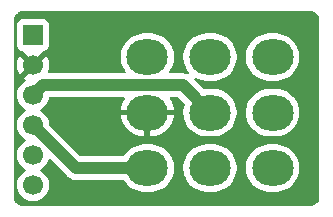
<source format=gbr>
%TF.GenerationSoftware,KiCad,Pcbnew,9.0.6*%
%TF.CreationDate,2025-11-22T22:33:35-06:00*%
%TF.ProjectId,switch,73776974-6368-42e6-9b69-6361645f7063,0.6.1*%
%TF.SameCoordinates,Original*%
%TF.FileFunction,Copper,L1,Top*%
%TF.FilePolarity,Positive*%
%FSLAX46Y46*%
G04 Gerber Fmt 4.6, Leading zero omitted, Abs format (unit mm)*
G04 Created by KiCad (PCBNEW 9.0.6) date 2025-11-22 22:33:35*
%MOMM*%
%LPD*%
G01*
G04 APERTURE LIST*
%TA.AperFunction,ComponentPad*%
%ADD10O,3.500000X3.000000*%
%TD*%
%TA.AperFunction,ComponentPad*%
%ADD11R,1.700000X1.700000*%
%TD*%
%TA.AperFunction,ComponentPad*%
%ADD12C,1.700000*%
%TD*%
%TA.AperFunction,Conductor*%
%ADD13C,1.000000*%
%TD*%
G04 APERTURE END LIST*
D10*
%TO.P,SW1,1,A*%
%TO.N,Net-(SW1-A-Pad1)*%
X127100000Y-97425000D03*
%TO.P,SW1,2,B*%
%TO.N,/JIN*%
X127100000Y-102125000D03*
%TO.P,SW1,3,C*%
%TO.N,Net-(J2-Pin_4)*%
X127100000Y-106825000D03*
%TO.P,SW1,4,A*%
%TO.N,Net-(SW1-A-Pad1)*%
X132400000Y-97425000D03*
%TO.P,SW1,5,B*%
%TO.N,Net-(J2-Pin_3)*%
X132400000Y-102125000D03*
%TO.P,SW1,6,C*%
%TO.N,Net-(J2-Pin_5)*%
X132400000Y-106825000D03*
%TO.P,SW1,7,A*%
%TO.N,unconnected-(SW1-A-Pad7)*%
X137700000Y-97425000D03*
%TO.P,SW1,8,B*%
%TO.N,/9V*%
X137700000Y-102125000D03*
%TO.P,SW1,9,C*%
%TO.N,Net-(J2-Pin_6)*%
X137700000Y-106825000D03*
%TD*%
D11*
%TO.P,J2,1,Pin_1*%
%TO.N,/9V*%
X117410000Y-95575000D03*
D12*
%TO.P,J2,2,Pin_2*%
%TO.N,/JIN*%
X117410000Y-98115000D03*
%TO.P,J2,3,Pin_3*%
%TO.N,Net-(J2-Pin_3)*%
X117410000Y-100655000D03*
%TO.P,J2,4,Pin_4*%
%TO.N,Net-(J2-Pin_4)*%
X117410000Y-103195000D03*
%TO.P,J2,5,Pin_5*%
%TO.N,Net-(J2-Pin_5)*%
X117410000Y-105735000D03*
%TO.P,J2,6,Pin_6*%
%TO.N,Net-(J2-Pin_6)*%
X117410000Y-108275000D03*
%TD*%
D13*
%TO.N,Net-(J2-Pin_4)*%
X121040000Y-106825000D02*
X127100000Y-106825000D01*
X117410000Y-103195000D02*
X121040000Y-106825000D01*
%TO.N,Net-(J2-Pin_3)*%
X118260000Y-99805000D02*
X130080000Y-99805000D01*
X117410000Y-100655000D02*
X118260000Y-99805000D01*
X130080000Y-99805000D02*
X132400000Y-102125000D01*
%TD*%
%TA.AperFunction,Conductor*%
%TO.N,/JIN*%
G36*
X140906061Y-93536097D02*
G01*
X140916635Y-93537138D01*
X141034069Y-93548704D01*
X141057897Y-93553443D01*
X141175140Y-93589008D01*
X141197589Y-93598308D01*
X141256123Y-93629595D01*
X141305630Y-93656057D01*
X141325840Y-93669561D01*
X141420535Y-93747274D01*
X141437725Y-93764464D01*
X141515438Y-93859159D01*
X141528942Y-93879369D01*
X141586690Y-93987407D01*
X141595993Y-94009865D01*
X141631554Y-94127093D01*
X141636296Y-94150935D01*
X141648903Y-94278938D01*
X141649500Y-94291092D01*
X141649500Y-109278907D01*
X141648903Y-109291061D01*
X141636296Y-109419064D01*
X141631554Y-109442906D01*
X141595993Y-109560134D01*
X141586690Y-109582592D01*
X141528942Y-109690630D01*
X141515438Y-109710840D01*
X141437725Y-109805535D01*
X141420535Y-109822725D01*
X141325840Y-109900438D01*
X141305630Y-109913942D01*
X141197592Y-109971690D01*
X141175134Y-109980993D01*
X141057906Y-110016554D01*
X141034064Y-110021296D01*
X140906062Y-110033903D01*
X140893908Y-110034500D01*
X116546092Y-110034500D01*
X116533938Y-110033903D01*
X116405935Y-110021296D01*
X116382095Y-110016554D01*
X116264864Y-109980992D01*
X116242407Y-109971690D01*
X116134369Y-109913942D01*
X116114159Y-109900438D01*
X116019464Y-109822725D01*
X116002274Y-109805535D01*
X115924561Y-109710840D01*
X115911057Y-109690630D01*
X115853309Y-109582592D01*
X115844008Y-109560140D01*
X115808443Y-109442897D01*
X115803704Y-109419069D01*
X115791097Y-109291060D01*
X115790500Y-109278907D01*
X115790500Y-94677135D01*
X116059500Y-94677135D01*
X116059500Y-96472870D01*
X116059501Y-96472876D01*
X116065908Y-96532483D01*
X116116202Y-96667328D01*
X116116206Y-96667335D01*
X116202452Y-96782544D01*
X116202455Y-96782547D01*
X116317664Y-96868793D01*
X116317671Y-96868797D01*
X116362618Y-96885561D01*
X116452517Y-96919091D01*
X116512127Y-96925500D01*
X116522685Y-96925499D01*
X116589723Y-96945179D01*
X116610372Y-96961818D01*
X117280591Y-97632037D01*
X117217007Y-97649075D01*
X117102993Y-97714901D01*
X117009901Y-97807993D01*
X116944075Y-97922007D01*
X116927037Y-97985591D01*
X116294728Y-97353282D01*
X116294727Y-97353282D01*
X116255380Y-97407439D01*
X116158904Y-97596782D01*
X116093242Y-97798869D01*
X116093242Y-97798872D01*
X116060000Y-98008753D01*
X116060000Y-98221246D01*
X116093242Y-98431127D01*
X116093242Y-98431130D01*
X116158904Y-98633217D01*
X116255375Y-98822550D01*
X116294728Y-98876716D01*
X116927037Y-98244408D01*
X116944075Y-98307993D01*
X117009901Y-98422007D01*
X117102993Y-98515099D01*
X117217007Y-98580925D01*
X117280590Y-98597962D01*
X116648282Y-99230269D01*
X116648282Y-99230270D01*
X116702452Y-99269626D01*
X116702451Y-99269626D01*
X116711495Y-99274234D01*
X116762292Y-99322208D01*
X116779087Y-99390029D01*
X116756550Y-99456164D01*
X116711499Y-99495202D01*
X116702182Y-99499949D01*
X116530213Y-99624890D01*
X116379890Y-99775213D01*
X116254951Y-99947179D01*
X116158444Y-100136585D01*
X116092753Y-100338760D01*
X116059500Y-100548713D01*
X116059500Y-100761287D01*
X116069534Y-100824644D01*
X116088937Y-100947147D01*
X116092754Y-100971243D01*
X116105826Y-101011475D01*
X116158444Y-101173414D01*
X116254951Y-101362820D01*
X116379890Y-101534786D01*
X116530213Y-101685109D01*
X116702182Y-101810050D01*
X116710946Y-101814516D01*
X116761742Y-101862491D01*
X116778536Y-101930312D01*
X116755998Y-101996447D01*
X116710946Y-102035484D01*
X116702182Y-102039949D01*
X116530213Y-102164890D01*
X116379890Y-102315213D01*
X116254951Y-102487179D01*
X116158444Y-102676585D01*
X116092753Y-102878760D01*
X116059500Y-103088713D01*
X116059500Y-103301286D01*
X116082556Y-103446860D01*
X116092754Y-103511243D01*
X116131960Y-103631907D01*
X116158444Y-103713414D01*
X116254951Y-103902820D01*
X116379890Y-104074786D01*
X116530213Y-104225109D01*
X116702182Y-104350050D01*
X116710946Y-104354516D01*
X116761742Y-104402491D01*
X116778536Y-104470312D01*
X116755998Y-104536447D01*
X116710946Y-104575484D01*
X116702182Y-104579949D01*
X116530213Y-104704890D01*
X116379890Y-104855213D01*
X116254951Y-105027179D01*
X116158444Y-105216585D01*
X116092753Y-105418760D01*
X116059500Y-105628713D01*
X116059500Y-105841287D01*
X116092754Y-106051243D01*
X116134775Y-106180571D01*
X116158444Y-106253414D01*
X116254951Y-106442820D01*
X116379890Y-106614786D01*
X116530213Y-106765109D01*
X116702182Y-106890050D01*
X116710946Y-106894516D01*
X116761742Y-106942491D01*
X116778536Y-107010312D01*
X116755998Y-107076447D01*
X116710946Y-107115484D01*
X116702182Y-107119949D01*
X116530213Y-107244890D01*
X116379890Y-107395213D01*
X116254951Y-107567179D01*
X116158444Y-107756585D01*
X116092753Y-107958760D01*
X116062963Y-108146851D01*
X116059500Y-108168713D01*
X116059500Y-108381287D01*
X116092754Y-108591243D01*
X116103087Y-108623046D01*
X116158444Y-108793414D01*
X116254951Y-108982820D01*
X116379890Y-109154786D01*
X116530213Y-109305109D01*
X116702179Y-109430048D01*
X116702181Y-109430049D01*
X116702184Y-109430051D01*
X116891588Y-109526557D01*
X117093757Y-109592246D01*
X117303713Y-109625500D01*
X117303714Y-109625500D01*
X117516286Y-109625500D01*
X117516287Y-109625500D01*
X117726243Y-109592246D01*
X117928412Y-109526557D01*
X118117816Y-109430051D01*
X118182003Y-109383417D01*
X118289786Y-109305109D01*
X118289788Y-109305106D01*
X118289792Y-109305104D01*
X118440104Y-109154792D01*
X118440106Y-109154788D01*
X118440109Y-109154786D01*
X118565048Y-108982820D01*
X118565047Y-108982820D01*
X118565051Y-108982816D01*
X118661557Y-108793412D01*
X118727246Y-108591243D01*
X118760500Y-108381287D01*
X118760500Y-108168713D01*
X118727246Y-107958757D01*
X118661557Y-107756588D01*
X118565051Y-107567184D01*
X118565049Y-107567181D01*
X118565048Y-107567179D01*
X118440109Y-107395213D01*
X118289786Y-107244890D01*
X118117820Y-107119951D01*
X118117115Y-107119591D01*
X118109054Y-107115485D01*
X118058259Y-107067512D01*
X118041463Y-106999692D01*
X118063999Y-106933556D01*
X118109054Y-106894515D01*
X118117816Y-106890051D01*
X118139789Y-106874086D01*
X118289786Y-106765109D01*
X118289788Y-106765106D01*
X118289792Y-106765104D01*
X118440104Y-106614792D01*
X118440106Y-106614788D01*
X118440109Y-106614786D01*
X118565048Y-106442820D01*
X118565047Y-106442820D01*
X118565051Y-106442816D01*
X118661557Y-106253412D01*
X118695146Y-106150035D01*
X118734581Y-106092364D01*
X118798939Y-106065165D01*
X118867786Y-106077079D01*
X118900756Y-106100676D01*
X120259735Y-107459655D01*
X120259764Y-107459686D01*
X120402214Y-107602136D01*
X120402218Y-107602139D01*
X120566079Y-107711628D01*
X120566092Y-107711635D01*
X120694833Y-107764961D01*
X120748159Y-107787049D01*
X120748164Y-107787051D01*
X120818723Y-107801086D01*
X120849407Y-107807189D01*
X120941456Y-107825500D01*
X120941459Y-107825500D01*
X120941460Y-107825500D01*
X121138540Y-107825500D01*
X125046069Y-107825500D01*
X125113108Y-107845185D01*
X125153456Y-107887500D01*
X125183075Y-107938803D01*
X125342718Y-108146851D01*
X125342726Y-108146860D01*
X125528140Y-108332274D01*
X125528148Y-108332281D01*
X125736196Y-108491924D01*
X125963299Y-108623041D01*
X125963309Y-108623046D01*
X126205571Y-108723394D01*
X126205581Y-108723398D01*
X126458884Y-108791270D01*
X126718880Y-108825500D01*
X126718887Y-108825500D01*
X127481113Y-108825500D01*
X127481120Y-108825500D01*
X127741116Y-108791270D01*
X127994419Y-108723398D01*
X128236697Y-108623043D01*
X128463803Y-108491924D01*
X128671851Y-108332282D01*
X128671855Y-108332277D01*
X128671860Y-108332274D01*
X128857274Y-108146860D01*
X128857277Y-108146855D01*
X128857282Y-108146851D01*
X129016924Y-107938803D01*
X129148043Y-107711697D01*
X129248398Y-107469419D01*
X129316270Y-107216116D01*
X129350500Y-106956120D01*
X129350500Y-106693880D01*
X129350499Y-106693872D01*
X130149500Y-106693872D01*
X130149500Y-106956127D01*
X130170481Y-107115484D01*
X130183730Y-107216116D01*
X130231719Y-107395213D01*
X130251602Y-107469418D01*
X130251605Y-107469428D01*
X130351953Y-107711690D01*
X130351958Y-107711700D01*
X130483075Y-107938803D01*
X130642718Y-108146851D01*
X130642726Y-108146860D01*
X130828140Y-108332274D01*
X130828148Y-108332281D01*
X131036196Y-108491924D01*
X131263299Y-108623041D01*
X131263309Y-108623046D01*
X131505571Y-108723394D01*
X131505581Y-108723398D01*
X131758884Y-108791270D01*
X132018880Y-108825500D01*
X132018887Y-108825500D01*
X132781113Y-108825500D01*
X132781120Y-108825500D01*
X133041116Y-108791270D01*
X133294419Y-108723398D01*
X133536697Y-108623043D01*
X133763803Y-108491924D01*
X133971851Y-108332282D01*
X133971855Y-108332277D01*
X133971860Y-108332274D01*
X134157274Y-108146860D01*
X134157277Y-108146855D01*
X134157282Y-108146851D01*
X134316924Y-107938803D01*
X134448043Y-107711697D01*
X134548398Y-107469419D01*
X134616270Y-107216116D01*
X134650500Y-106956120D01*
X134650500Y-106693880D01*
X134650499Y-106693872D01*
X135449500Y-106693872D01*
X135449500Y-106956127D01*
X135470481Y-107115484D01*
X135483730Y-107216116D01*
X135531719Y-107395213D01*
X135551602Y-107469418D01*
X135551605Y-107469428D01*
X135651953Y-107711690D01*
X135651958Y-107711700D01*
X135783075Y-107938803D01*
X135942718Y-108146851D01*
X135942726Y-108146860D01*
X136128140Y-108332274D01*
X136128148Y-108332281D01*
X136336196Y-108491924D01*
X136563299Y-108623041D01*
X136563309Y-108623046D01*
X136805571Y-108723394D01*
X136805581Y-108723398D01*
X137058884Y-108791270D01*
X137318880Y-108825500D01*
X137318887Y-108825500D01*
X138081113Y-108825500D01*
X138081120Y-108825500D01*
X138341116Y-108791270D01*
X138594419Y-108723398D01*
X138836697Y-108623043D01*
X139063803Y-108491924D01*
X139271851Y-108332282D01*
X139271855Y-108332277D01*
X139271860Y-108332274D01*
X139457274Y-108146860D01*
X139457277Y-108146855D01*
X139457282Y-108146851D01*
X139616924Y-107938803D01*
X139748043Y-107711697D01*
X139848398Y-107469419D01*
X139916270Y-107216116D01*
X139950500Y-106956120D01*
X139950500Y-106693880D01*
X139916270Y-106433884D01*
X139848398Y-106180581D01*
X139815300Y-106100676D01*
X139748046Y-105938309D01*
X139748041Y-105938299D01*
X139616924Y-105711196D01*
X139457281Y-105503148D01*
X139457274Y-105503140D01*
X139271860Y-105317726D01*
X139271851Y-105317718D01*
X139063803Y-105158075D01*
X138836700Y-105026958D01*
X138836690Y-105026953D01*
X138594428Y-104926605D01*
X138594421Y-104926603D01*
X138594419Y-104926602D01*
X138341116Y-104858730D01*
X138283339Y-104851123D01*
X138081127Y-104824500D01*
X138081120Y-104824500D01*
X137318880Y-104824500D01*
X137318872Y-104824500D01*
X137087772Y-104854926D01*
X137058884Y-104858730D01*
X136805581Y-104926602D01*
X136805571Y-104926605D01*
X136563309Y-105026953D01*
X136563299Y-105026958D01*
X136336196Y-105158075D01*
X136128148Y-105317718D01*
X135942718Y-105503148D01*
X135783075Y-105711196D01*
X135651958Y-105938299D01*
X135651953Y-105938309D01*
X135551605Y-106180571D01*
X135551602Y-106180581D01*
X135483730Y-106433885D01*
X135449500Y-106693872D01*
X134650499Y-106693872D01*
X134616270Y-106433884D01*
X134548398Y-106180581D01*
X134515300Y-106100676D01*
X134448046Y-105938309D01*
X134448041Y-105938299D01*
X134316924Y-105711196D01*
X134157281Y-105503148D01*
X134157274Y-105503140D01*
X133971860Y-105317726D01*
X133971851Y-105317718D01*
X133763803Y-105158075D01*
X133536700Y-105026958D01*
X133536690Y-105026953D01*
X133294428Y-104926605D01*
X133294421Y-104926603D01*
X133294419Y-104926602D01*
X133041116Y-104858730D01*
X132983339Y-104851123D01*
X132781127Y-104824500D01*
X132781120Y-104824500D01*
X132018880Y-104824500D01*
X132018872Y-104824500D01*
X131787772Y-104854926D01*
X131758884Y-104858730D01*
X131505581Y-104926602D01*
X131505571Y-104926605D01*
X131263309Y-105026953D01*
X131263299Y-105026958D01*
X131036196Y-105158075D01*
X130828148Y-105317718D01*
X130642718Y-105503148D01*
X130483075Y-105711196D01*
X130351958Y-105938299D01*
X130351953Y-105938309D01*
X130251605Y-106180571D01*
X130251602Y-106180581D01*
X130183730Y-106433885D01*
X130149500Y-106693872D01*
X129350499Y-106693872D01*
X129316270Y-106433884D01*
X129248398Y-106180581D01*
X129215300Y-106100676D01*
X129148046Y-105938309D01*
X129148041Y-105938299D01*
X129016924Y-105711196D01*
X128857281Y-105503148D01*
X128857274Y-105503140D01*
X128671860Y-105317726D01*
X128671851Y-105317718D01*
X128463803Y-105158075D01*
X128236700Y-105026958D01*
X128236690Y-105026953D01*
X127994428Y-104926605D01*
X127994421Y-104926603D01*
X127994419Y-104926602D01*
X127741116Y-104858730D01*
X127683339Y-104851123D01*
X127481127Y-104824500D01*
X127481120Y-104824500D01*
X126718880Y-104824500D01*
X126718872Y-104824500D01*
X126487772Y-104854926D01*
X126458884Y-104858730D01*
X126205581Y-104926602D01*
X126205571Y-104926605D01*
X125963309Y-105026953D01*
X125963299Y-105026958D01*
X125736196Y-105158075D01*
X125528148Y-105317718D01*
X125342718Y-105503148D01*
X125183075Y-105711196D01*
X125153456Y-105762500D01*
X125102889Y-105810715D01*
X125046069Y-105824500D01*
X121505782Y-105824500D01*
X121438743Y-105804815D01*
X121418101Y-105788181D01*
X118796423Y-103166503D01*
X118762938Y-103105180D01*
X118760657Y-103089708D01*
X118760500Y-103088716D01*
X118760500Y-103088713D01*
X118727246Y-102878757D01*
X118661557Y-102676588D01*
X118565051Y-102487184D01*
X118558853Y-102478653D01*
X118507789Y-102408368D01*
X118440109Y-102315213D01*
X118289786Y-102164890D01*
X118117820Y-102039951D01*
X118117115Y-102039591D01*
X118109054Y-102035485D01*
X118058259Y-101987512D01*
X118041463Y-101919692D01*
X118063999Y-101853556D01*
X118109054Y-101814515D01*
X118117816Y-101810051D01*
X118191397Y-101756592D01*
X118289786Y-101685109D01*
X118289788Y-101685106D01*
X118289792Y-101685104D01*
X118440104Y-101534792D01*
X118440106Y-101534788D01*
X118440109Y-101534786D01*
X118565048Y-101362820D01*
X118565047Y-101362820D01*
X118565051Y-101362816D01*
X118661557Y-101173412D01*
X118727246Y-100971243D01*
X118727247Y-100971239D01*
X118736930Y-100910102D01*
X118766859Y-100846967D01*
X118826171Y-100810036D01*
X118859403Y-100805500D01*
X125090097Y-100805500D01*
X125157136Y-100825185D01*
X125202891Y-100877989D01*
X125212835Y-100947147D01*
X125188472Y-101004988D01*
X125183494Y-101011475D01*
X125052409Y-101238517D01*
X125052404Y-101238528D01*
X124952075Y-101480744D01*
X124884221Y-101733983D01*
X124865654Y-101874999D01*
X124865655Y-101875000D01*
X125851518Y-101875000D01*
X125840889Y-101893409D01*
X125800000Y-102046009D01*
X125800000Y-102203991D01*
X125840889Y-102356591D01*
X125851518Y-102375000D01*
X124865655Y-102375000D01*
X124884221Y-102516016D01*
X124952075Y-102769255D01*
X125052404Y-103011471D01*
X125052409Y-103011482D01*
X125183496Y-103238528D01*
X125343092Y-103446519D01*
X125343098Y-103446526D01*
X125528473Y-103631901D01*
X125528480Y-103631907D01*
X125736471Y-103791503D01*
X125963517Y-103922590D01*
X125963528Y-103922595D01*
X126205744Y-104022924D01*
X126458979Y-104090777D01*
X126458990Y-104090779D01*
X126718905Y-104124999D01*
X126718920Y-104125000D01*
X126850000Y-104125000D01*
X126850000Y-102725000D01*
X127350000Y-102725000D01*
X127350000Y-104125000D01*
X127481080Y-104125000D01*
X127481094Y-104124999D01*
X127741009Y-104090779D01*
X127741020Y-104090777D01*
X127994255Y-104022924D01*
X128236471Y-103922595D01*
X128236482Y-103922590D01*
X128463528Y-103791503D01*
X128671519Y-103631907D01*
X128671526Y-103631901D01*
X128856901Y-103446526D01*
X128856907Y-103446519D01*
X129016503Y-103238528D01*
X129147590Y-103011482D01*
X129147595Y-103011471D01*
X129247924Y-102769255D01*
X129315778Y-102516016D01*
X129334345Y-102375000D01*
X128348482Y-102375000D01*
X128359111Y-102356591D01*
X128400000Y-102203991D01*
X128400000Y-102046009D01*
X128359111Y-101893409D01*
X128348482Y-101875000D01*
X129334345Y-101875000D01*
X129334345Y-101874999D01*
X129315778Y-101733983D01*
X129247924Y-101480744D01*
X129147595Y-101238528D01*
X129147590Y-101238517D01*
X129016505Y-101011475D01*
X129011528Y-101004988D01*
X128986333Y-100939819D01*
X129000370Y-100871374D01*
X129049183Y-100821384D01*
X129109903Y-100805500D01*
X129614218Y-100805500D01*
X129681257Y-100825185D01*
X129701899Y-100841819D01*
X130219799Y-101359720D01*
X130253284Y-101421043D01*
X130251893Y-101479494D01*
X130183730Y-101733884D01*
X130149500Y-101993872D01*
X130149500Y-102256127D01*
X130165151Y-102375000D01*
X130183730Y-102516116D01*
X130226728Y-102676588D01*
X130251602Y-102769418D01*
X130251605Y-102769428D01*
X130351953Y-103011690D01*
X130351958Y-103011700D01*
X130483075Y-103238803D01*
X130642718Y-103446851D01*
X130642726Y-103446860D01*
X130828140Y-103632274D01*
X130828148Y-103632281D01*
X131036196Y-103791924D01*
X131263299Y-103923041D01*
X131263309Y-103923046D01*
X131505571Y-104023394D01*
X131505581Y-104023398D01*
X131758884Y-104091270D01*
X132007188Y-104123960D01*
X132015074Y-104124999D01*
X132018880Y-104125500D01*
X132018887Y-104125500D01*
X132781113Y-104125500D01*
X132781120Y-104125500D01*
X133041116Y-104091270D01*
X133294419Y-104023398D01*
X133536697Y-103923043D01*
X133763803Y-103791924D01*
X133971851Y-103632282D01*
X133971855Y-103632277D01*
X133971860Y-103632274D01*
X134157274Y-103446860D01*
X134157277Y-103446855D01*
X134157282Y-103446851D01*
X134316924Y-103238803D01*
X134448043Y-103011697D01*
X134548398Y-102769419D01*
X134616270Y-102516116D01*
X134650500Y-102256120D01*
X134650500Y-101993880D01*
X134650499Y-101993872D01*
X135449500Y-101993872D01*
X135449500Y-102256127D01*
X135465151Y-102375000D01*
X135483730Y-102516116D01*
X135526728Y-102676588D01*
X135551602Y-102769418D01*
X135551605Y-102769428D01*
X135651953Y-103011690D01*
X135651958Y-103011700D01*
X135783075Y-103238803D01*
X135942718Y-103446851D01*
X135942726Y-103446860D01*
X136128140Y-103632274D01*
X136128148Y-103632281D01*
X136336196Y-103791924D01*
X136563299Y-103923041D01*
X136563309Y-103923046D01*
X136805571Y-104023394D01*
X136805581Y-104023398D01*
X137058884Y-104091270D01*
X137307188Y-104123960D01*
X137315074Y-104124999D01*
X137318880Y-104125500D01*
X137318887Y-104125500D01*
X138081113Y-104125500D01*
X138081120Y-104125500D01*
X138341116Y-104091270D01*
X138594419Y-104023398D01*
X138836697Y-103923043D01*
X139063803Y-103791924D01*
X139271851Y-103632282D01*
X139271855Y-103632277D01*
X139271860Y-103632274D01*
X139457274Y-103446860D01*
X139457277Y-103446855D01*
X139457282Y-103446851D01*
X139616924Y-103238803D01*
X139748043Y-103011697D01*
X139848398Y-102769419D01*
X139916270Y-102516116D01*
X139950500Y-102256120D01*
X139950500Y-101993880D01*
X139916270Y-101733884D01*
X139848398Y-101480581D01*
X139823737Y-101421043D01*
X139748046Y-101238309D01*
X139748041Y-101238299D01*
X139616924Y-101011196D01*
X139471274Y-100821384D01*
X139457282Y-100803149D01*
X139457281Y-100803148D01*
X139457274Y-100803140D01*
X139271860Y-100617726D01*
X139271851Y-100617718D01*
X139063803Y-100458075D01*
X138836700Y-100326958D01*
X138836690Y-100326953D01*
X138594428Y-100226605D01*
X138594421Y-100226603D01*
X138594419Y-100226602D01*
X138341116Y-100158730D01*
X138283339Y-100151123D01*
X138081127Y-100124500D01*
X138081120Y-100124500D01*
X137318880Y-100124500D01*
X137318872Y-100124500D01*
X137087772Y-100154926D01*
X137058884Y-100158730D01*
X136805581Y-100226602D01*
X136805571Y-100226605D01*
X136563309Y-100326953D01*
X136563299Y-100326958D01*
X136336196Y-100458075D01*
X136128148Y-100617718D01*
X135942718Y-100803148D01*
X135783075Y-101011196D01*
X135651958Y-101238299D01*
X135651953Y-101238309D01*
X135551605Y-101480571D01*
X135551602Y-101480581D01*
X135496801Y-101685104D01*
X135483730Y-101733885D01*
X135449500Y-101993872D01*
X134650499Y-101993872D01*
X134616270Y-101733884D01*
X134548398Y-101480581D01*
X134523737Y-101421043D01*
X134448046Y-101238309D01*
X134448041Y-101238299D01*
X134316924Y-101011196D01*
X134171274Y-100821384D01*
X134157282Y-100803149D01*
X134157281Y-100803148D01*
X134157274Y-100803140D01*
X133971860Y-100617726D01*
X133971851Y-100617718D01*
X133763803Y-100458075D01*
X133536700Y-100326958D01*
X133536690Y-100326953D01*
X133294428Y-100226605D01*
X133294421Y-100226603D01*
X133294419Y-100226602D01*
X133041116Y-100158730D01*
X132983339Y-100151123D01*
X132781127Y-100124500D01*
X132781120Y-100124500D01*
X132018880Y-100124500D01*
X132018874Y-100124500D01*
X132018869Y-100124501D01*
X131898833Y-100140304D01*
X131829798Y-100129538D01*
X131794967Y-100105046D01*
X131100394Y-99410474D01*
X131066909Y-99349151D01*
X131071893Y-99279460D01*
X131113764Y-99223526D01*
X131179229Y-99199109D01*
X131247502Y-99213961D01*
X131250056Y-99215395D01*
X131263303Y-99223043D01*
X131263306Y-99223044D01*
X131263309Y-99223046D01*
X131399505Y-99279460D01*
X131505581Y-99323398D01*
X131758884Y-99391270D01*
X132018880Y-99425500D01*
X132018887Y-99425500D01*
X132781113Y-99425500D01*
X132781120Y-99425500D01*
X133041116Y-99391270D01*
X133294419Y-99323398D01*
X133536697Y-99223043D01*
X133763803Y-99091924D01*
X133971851Y-98932282D01*
X133971855Y-98932277D01*
X133971860Y-98932274D01*
X134157274Y-98746860D01*
X134157277Y-98746855D01*
X134157282Y-98746851D01*
X134316924Y-98538803D01*
X134448043Y-98311697D01*
X134548398Y-98069419D01*
X134616270Y-97816116D01*
X134650500Y-97556120D01*
X134650500Y-97293880D01*
X134650499Y-97293872D01*
X135449500Y-97293872D01*
X135449500Y-97556127D01*
X135461738Y-97649075D01*
X135483730Y-97816116D01*
X135551602Y-98069418D01*
X135551605Y-98069428D01*
X135651953Y-98311690D01*
X135651958Y-98311700D01*
X135783075Y-98538803D01*
X135942718Y-98746851D01*
X135942726Y-98746860D01*
X136128140Y-98932274D01*
X136128148Y-98932281D01*
X136336196Y-99091924D01*
X136563299Y-99223041D01*
X136563309Y-99223046D01*
X136699505Y-99279460D01*
X136805581Y-99323398D01*
X137058884Y-99391270D01*
X137318880Y-99425500D01*
X137318887Y-99425500D01*
X138081113Y-99425500D01*
X138081120Y-99425500D01*
X138341116Y-99391270D01*
X138594419Y-99323398D01*
X138836697Y-99223043D01*
X139063803Y-99091924D01*
X139271851Y-98932282D01*
X139271855Y-98932277D01*
X139271860Y-98932274D01*
X139457274Y-98746860D01*
X139457277Y-98746855D01*
X139457282Y-98746851D01*
X139616924Y-98538803D01*
X139748043Y-98311697D01*
X139848398Y-98069419D01*
X139916270Y-97816116D01*
X139950500Y-97556120D01*
X139950500Y-97293880D01*
X139916270Y-97033884D01*
X139848398Y-96780581D01*
X139801490Y-96667335D01*
X139748046Y-96538309D01*
X139748041Y-96538299D01*
X139616924Y-96311196D01*
X139457281Y-96103148D01*
X139457274Y-96103140D01*
X139271860Y-95917726D01*
X139271851Y-95917718D01*
X139063803Y-95758075D01*
X138836700Y-95626958D01*
X138836690Y-95626953D01*
X138594428Y-95526605D01*
X138594421Y-95526603D01*
X138594419Y-95526602D01*
X138341116Y-95458730D01*
X138283339Y-95451123D01*
X138081127Y-95424500D01*
X138081120Y-95424500D01*
X137318880Y-95424500D01*
X137318872Y-95424500D01*
X137087772Y-95454926D01*
X137058884Y-95458730D01*
X136805581Y-95526602D01*
X136805571Y-95526605D01*
X136563309Y-95626953D01*
X136563299Y-95626958D01*
X136336196Y-95758075D01*
X136128148Y-95917718D01*
X135942718Y-96103148D01*
X135783075Y-96311196D01*
X135651958Y-96538299D01*
X135651953Y-96538309D01*
X135551605Y-96780571D01*
X135551602Y-96780581D01*
X135483730Y-97033885D01*
X135449500Y-97293872D01*
X134650499Y-97293872D01*
X134616270Y-97033884D01*
X134548398Y-96780581D01*
X134501490Y-96667335D01*
X134448046Y-96538309D01*
X134448041Y-96538299D01*
X134316924Y-96311196D01*
X134157281Y-96103148D01*
X134157274Y-96103140D01*
X133971860Y-95917726D01*
X133971851Y-95917718D01*
X133763803Y-95758075D01*
X133536700Y-95626958D01*
X133536690Y-95626953D01*
X133294428Y-95526605D01*
X133294421Y-95526603D01*
X133294419Y-95526602D01*
X133041116Y-95458730D01*
X132983339Y-95451123D01*
X132781127Y-95424500D01*
X132781120Y-95424500D01*
X132018880Y-95424500D01*
X132018872Y-95424500D01*
X131787772Y-95454926D01*
X131758884Y-95458730D01*
X131505581Y-95526602D01*
X131505571Y-95526605D01*
X131263309Y-95626953D01*
X131263299Y-95626958D01*
X131036196Y-95758075D01*
X130828148Y-95917718D01*
X130642718Y-96103148D01*
X130483075Y-96311196D01*
X130351958Y-96538299D01*
X130351953Y-96538309D01*
X130251605Y-96780571D01*
X130251602Y-96780581D01*
X130183730Y-97033885D01*
X130149500Y-97293872D01*
X130149500Y-97556127D01*
X130161738Y-97649075D01*
X130183730Y-97816116D01*
X130251602Y-98069418D01*
X130251605Y-98069428D01*
X130351953Y-98311690D01*
X130351958Y-98311700D01*
X130483075Y-98538803D01*
X130595304Y-98685060D01*
X130596405Y-98687909D01*
X130598784Y-98689826D01*
X130608922Y-98720284D01*
X130620499Y-98750229D01*
X130619885Y-98753221D01*
X130620850Y-98756120D01*
X130612909Y-98787230D01*
X130606461Y-98818674D01*
X130604327Y-98820858D01*
X130603572Y-98823819D01*
X130580073Y-98845697D01*
X130557647Y-98868664D01*
X130554670Y-98869348D01*
X130552435Y-98871430D01*
X130520844Y-98877130D01*
X130489556Y-98884328D01*
X130485774Y-98883458D01*
X130483676Y-98883837D01*
X130449478Y-98875109D01*
X130425165Y-98865038D01*
X130371836Y-98842949D01*
X130371832Y-98842948D01*
X130371828Y-98842946D01*
X130275188Y-98823724D01*
X130178544Y-98804500D01*
X130178541Y-98804500D01*
X129064494Y-98804500D01*
X128997455Y-98784815D01*
X128951700Y-98732011D01*
X128941756Y-98662853D01*
X128966119Y-98605013D01*
X129016924Y-98538803D01*
X129148041Y-98311700D01*
X129148046Y-98311690D01*
X129202252Y-98180826D01*
X129248398Y-98069419D01*
X129316270Y-97816116D01*
X129350500Y-97556120D01*
X129350500Y-97293880D01*
X129316270Y-97033884D01*
X129248398Y-96780581D01*
X129201490Y-96667335D01*
X129148046Y-96538309D01*
X129148041Y-96538299D01*
X129016924Y-96311196D01*
X128857281Y-96103148D01*
X128857274Y-96103140D01*
X128671860Y-95917726D01*
X128671851Y-95917718D01*
X128463803Y-95758075D01*
X128236700Y-95626958D01*
X128236690Y-95626953D01*
X127994428Y-95526605D01*
X127994421Y-95526603D01*
X127994419Y-95526602D01*
X127741116Y-95458730D01*
X127683339Y-95451123D01*
X127481127Y-95424500D01*
X127481120Y-95424500D01*
X126718880Y-95424500D01*
X126718872Y-95424500D01*
X126487772Y-95454926D01*
X126458884Y-95458730D01*
X126205581Y-95526602D01*
X126205571Y-95526605D01*
X125963309Y-95626953D01*
X125963299Y-95626958D01*
X125736196Y-95758075D01*
X125528148Y-95917718D01*
X125342718Y-96103148D01*
X125183075Y-96311196D01*
X125051958Y-96538299D01*
X125051953Y-96538309D01*
X124951605Y-96780571D01*
X124951602Y-96780581D01*
X124883730Y-97033885D01*
X124849500Y-97293872D01*
X124849500Y-97556127D01*
X124861738Y-97649075D01*
X124883730Y-97816116D01*
X124951602Y-98069418D01*
X124951605Y-98069428D01*
X125051953Y-98311690D01*
X125051958Y-98311700D01*
X125183075Y-98538803D01*
X125233881Y-98605013D01*
X125259076Y-98670182D01*
X125245038Y-98738627D01*
X125196224Y-98788617D01*
X125135506Y-98804500D01*
X118775727Y-98804500D01*
X118708688Y-98784815D01*
X118662933Y-98732011D01*
X118652989Y-98662853D01*
X118659827Y-98637931D01*
X118659589Y-98637854D01*
X118726757Y-98431130D01*
X118726757Y-98431127D01*
X118760000Y-98221246D01*
X118760000Y-98008753D01*
X118726757Y-97798872D01*
X118726757Y-97798869D01*
X118661095Y-97596782D01*
X118564624Y-97407449D01*
X118525270Y-97353282D01*
X118525269Y-97353282D01*
X117892962Y-97985590D01*
X117875925Y-97922007D01*
X117810099Y-97807993D01*
X117717007Y-97714901D01*
X117602993Y-97649075D01*
X117539409Y-97632037D01*
X118209627Y-96961818D01*
X118270950Y-96928333D01*
X118297307Y-96925499D01*
X118307872Y-96925499D01*
X118367483Y-96919091D01*
X118502331Y-96868796D01*
X118617546Y-96782546D01*
X118703796Y-96667331D01*
X118754091Y-96532483D01*
X118760500Y-96472873D01*
X118760499Y-94677128D01*
X118754091Y-94617517D01*
X118703796Y-94482669D01*
X118703795Y-94482668D01*
X118703793Y-94482664D01*
X118617547Y-94367455D01*
X118617544Y-94367452D01*
X118502335Y-94281206D01*
X118502328Y-94281202D01*
X118367482Y-94230908D01*
X118367483Y-94230908D01*
X118307883Y-94224501D01*
X118307881Y-94224500D01*
X118307873Y-94224500D01*
X118307864Y-94224500D01*
X116512129Y-94224500D01*
X116512123Y-94224501D01*
X116452516Y-94230908D01*
X116317671Y-94281202D01*
X116317664Y-94281206D01*
X116202455Y-94367452D01*
X116202452Y-94367455D01*
X116116206Y-94482664D01*
X116116202Y-94482671D01*
X116065908Y-94617517D01*
X116059501Y-94677116D01*
X116059501Y-94677123D01*
X116059500Y-94677135D01*
X115790500Y-94677135D01*
X115790500Y-94291092D01*
X115791097Y-94278939D01*
X115796458Y-94224501D01*
X115803704Y-94150928D01*
X115808442Y-94127104D01*
X115844010Y-94009855D01*
X115853306Y-93987413D01*
X115911061Y-93879363D01*
X115924556Y-93859165D01*
X116002279Y-93764458D01*
X116019458Y-93747279D01*
X116114165Y-93669556D01*
X116134363Y-93656061D01*
X116242413Y-93598306D01*
X116264855Y-93589010D01*
X116382104Y-93553442D01*
X116405928Y-93548704D01*
X116524614Y-93537015D01*
X116533939Y-93536097D01*
X116546092Y-93535500D01*
X116584170Y-93535500D01*
X140855830Y-93535500D01*
X140893908Y-93535500D01*
X140906061Y-93536097D01*
G37*
%TD.AperFunction*%
%TD*%
M02*

</source>
